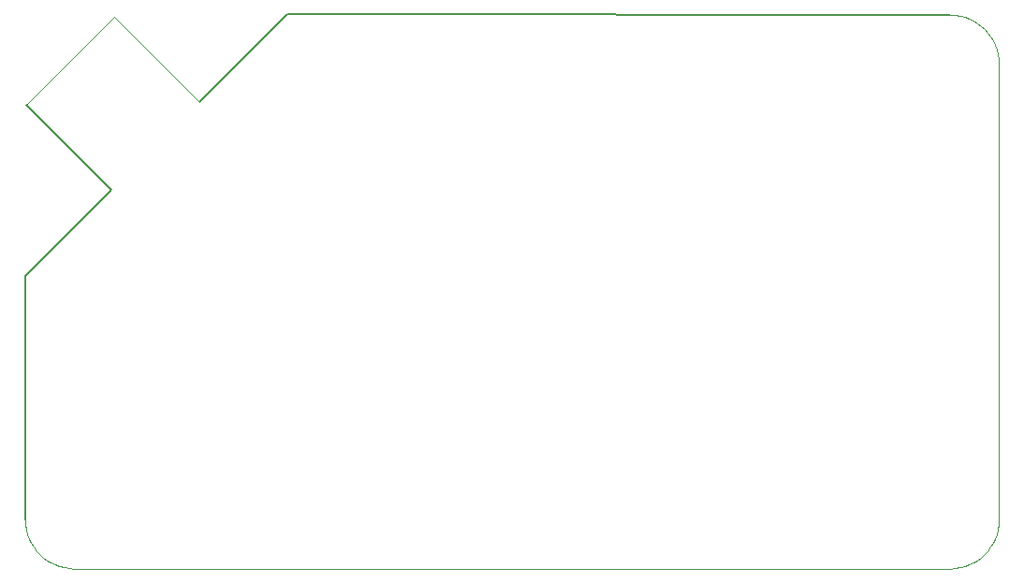
<source format=gbr>
G04 #@! TF.GenerationSoftware,KiCad,Pcbnew,5.0.1*
G04 #@! TF.CreationDate,2019-03-08T16:44:03-06:00*
G04 #@! TF.ProjectId,Card,436172642E6B696361645F7063620000,rev?*
G04 #@! TF.SameCoordinates,Original*
G04 #@! TF.FileFunction,Profile,NP*
%FSLAX46Y46*%
G04 Gerber Fmt 4.6, Leading zero omitted, Abs format (unit mm)*
G04 Created by KiCad (PCBNEW 5.0.1) date Fri 08 Mar 2019 04:44:03 PM CST*
%MOMM*%
%LPD*%
G01*
G04 APERTURE LIST*
%ADD10C,0.150000*%
%ADD11C,0.100000*%
G04 APERTURE END LIST*
D10*
X116475000Y-109900000D02*
X116400000Y-110000000D01*
X176450000Y-109975000D02*
X116475000Y-109900000D01*
X93000000Y-118200000D02*
X92900000Y-118100000D01*
D11*
X92878689Y-118095772D02*
X100867230Y-110107230D01*
D10*
X100600000Y-125800000D02*
X93000000Y-118200000D01*
X92800000Y-133600000D02*
X100600000Y-125800000D01*
X92800000Y-155600000D02*
X92800000Y-133600000D01*
X108600000Y-117800000D02*
X116400000Y-110000000D01*
D11*
X100867230Y-110107230D02*
X108580000Y-117819999D01*
X116416205Y-109974531D02*
X116411805Y-109974248D01*
X176449303Y-109974254D02*
X176904647Y-109997099D01*
X176904647Y-109997099D02*
X177346551Y-110064171D01*
X177346551Y-110064171D02*
X177772815Y-110173269D01*
X177772815Y-110173269D02*
X178181240Y-110322194D01*
X178181240Y-110322194D02*
X178569628Y-110508749D01*
X178569628Y-110508749D02*
X178935779Y-110730734D01*
X178935779Y-110730734D02*
X179277495Y-110985950D01*
X179277495Y-110985950D02*
X179592576Y-111272198D01*
X179592576Y-111272198D02*
X179878825Y-111587280D01*
X179878825Y-111587280D02*
X180134041Y-111928996D01*
X180134041Y-111928996D02*
X180356026Y-112295147D01*
X180356026Y-112295147D02*
X180542580Y-112683535D01*
X180542580Y-112683535D02*
X180691507Y-113091960D01*
X180691507Y-113091960D02*
X180800605Y-113518224D01*
X180800605Y-113518224D02*
X180867676Y-113960127D01*
X180867676Y-113960127D02*
X180890522Y-114415471D01*
X180890522Y-114415471D02*
X180890522Y-155617013D01*
X180890522Y-155617013D02*
X180867676Y-156072357D01*
X180867676Y-156072357D02*
X180800605Y-156514261D01*
X180800605Y-156514261D02*
X180691507Y-156940524D01*
X180691507Y-156940524D02*
X180542580Y-157348949D01*
X180542580Y-157348949D02*
X180356026Y-157737337D01*
X180356026Y-157737337D02*
X180134041Y-158103488D01*
X180134041Y-158103488D02*
X179878825Y-158445203D01*
X179878825Y-158445203D02*
X179592576Y-158760285D01*
X179592576Y-158760285D02*
X179277495Y-159046533D01*
X179277495Y-159046533D02*
X178935779Y-159301749D01*
X178935779Y-159301749D02*
X178569628Y-159523734D01*
X178569628Y-159523734D02*
X178181240Y-159710289D01*
X178181240Y-159710289D02*
X177772815Y-159859216D01*
X177772815Y-159859216D02*
X177346551Y-159968314D01*
X177346551Y-159968314D02*
X176904647Y-160035386D01*
X176904647Y-160035386D02*
X176449303Y-160058232D01*
X176449303Y-160058232D02*
X97217776Y-160058232D01*
X97217776Y-160058232D02*
X96762432Y-160035386D01*
X96762432Y-160035386D02*
X96320529Y-159968315D01*
X96320529Y-159968315D02*
X95894265Y-159859216D01*
X95894265Y-159859216D02*
X95485840Y-159710290D01*
X95485840Y-159710290D02*
X95097452Y-159523735D01*
X95097452Y-159523735D02*
X94731301Y-159301750D01*
X94731301Y-159301750D02*
X94389585Y-159046534D01*
X94389585Y-159046534D02*
X94074503Y-158760286D01*
X94074503Y-158760286D02*
X93788255Y-158445204D01*
X93788255Y-158445204D02*
X93533038Y-158103488D01*
X93533038Y-158103488D02*
X93311053Y-157737336D01*
X93311053Y-157737336D02*
X93124497Y-157348948D01*
X93124497Y-157348948D02*
X92975570Y-156940522D01*
X92975570Y-156940522D02*
X92866471Y-156514258D01*
X92866471Y-156514258D02*
X92799399Y-156072353D01*
X92799399Y-156072353D02*
X92776552Y-155617008D01*
M02*

</source>
